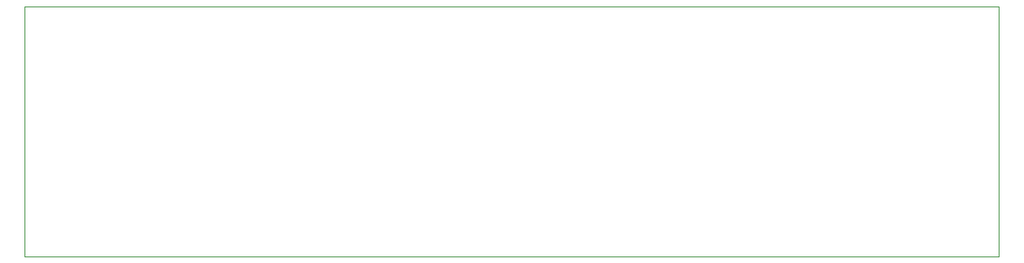
<source format=gbr>
%TF.GenerationSoftware,KiCad,Pcbnew,(5.1.9)-1*%
%TF.CreationDate,2021-04-07T17:32:18-07:00*%
%TF.ProjectId,driveCaddyAdapter,64726976-6543-4616-9464-794164617074,rev?*%
%TF.SameCoordinates,Original*%
%TF.FileFunction,Profile,NP*%
%FSLAX46Y46*%
G04 Gerber Fmt 4.6, Leading zero omitted, Abs format (unit mm)*
G04 Created by KiCad (PCBNEW (5.1.9)-1) date 2021-04-07 17:32:18*
%MOMM*%
%LPD*%
G01*
G04 APERTURE LIST*
%TA.AperFunction,Profile*%
%ADD10C,0.100000*%
%TD*%
G04 APERTURE END LIST*
D10*
X180000000Y-60000000D02*
X281000000Y-60000000D01*
X180000000Y-86000000D02*
X180000000Y-60000000D01*
X180000000Y-86000000D02*
X281000000Y-86000000D01*
X281000000Y-60000000D02*
X281000000Y-86000000D01*
M02*

</source>
